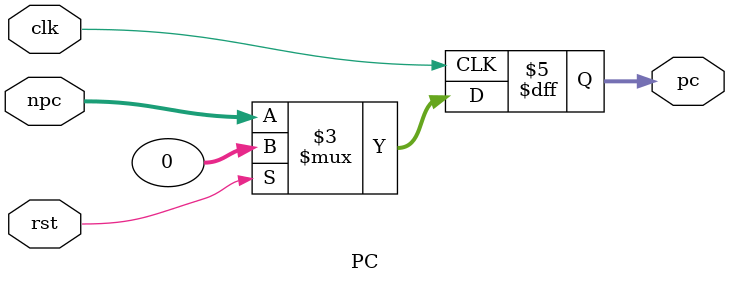
<source format=v>
module PC(
    input clk,
    input rst,
    input [31:0] npc,
    
    output reg [31:0] pc
);
    always @(posedge clk) begin
        if (rst) pc <= 32'b0;
        else pc <= npc;
    end
endmodule
</source>
